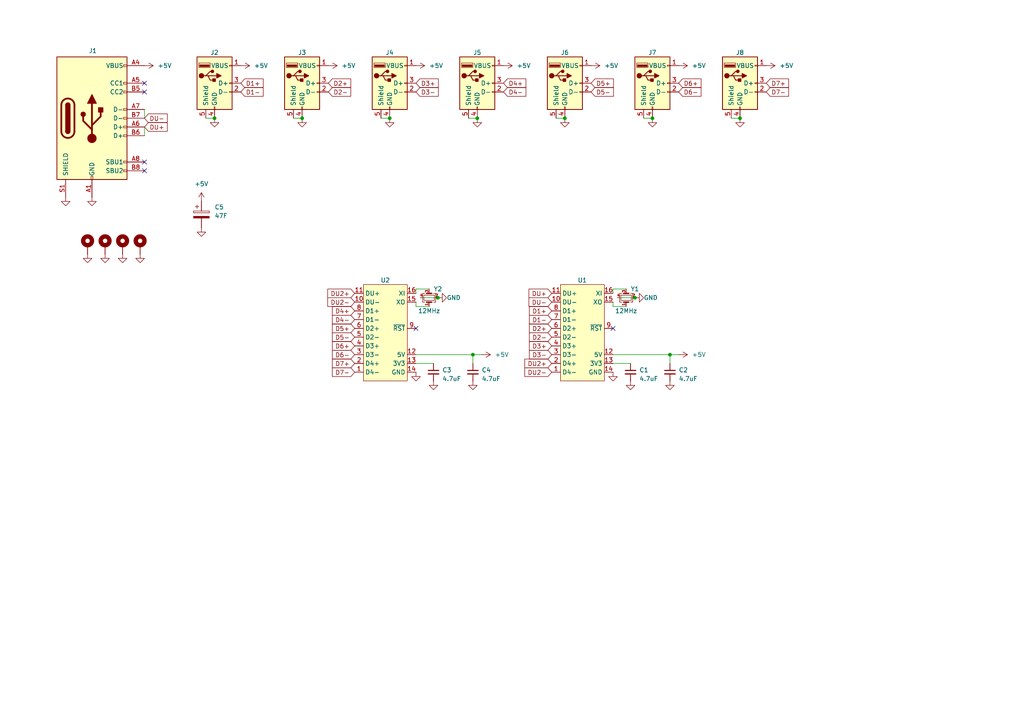
<source format=kicad_sch>
(kicad_sch (version 20231120) (generator "eeschema") (generator_version "8.0")
  (paper "A4")
  (lib_symbols
    (symbol "Connector:USB_A" (pin_names (offset 1.016))
      (property "Reference" "J" (at -5.08 11.43 0))
      (property "Value" "USB_A" (at -5.08 8.89 0))
      (symbol "USB_A_0_1"
        (rectangle (start -5.08 -7.62) (end 5.08 7.62) (stroke (width 0.254)) (fill (type background)))
        (circle (center -3.81 2.159) (radius 0.635) (stroke (width 0.254)) (fill (type outline)))
        (rectangle (start -1.524 4.826) (end -4.318 5.334) (fill (type outline)))
        (rectangle (start -1.27 4.572) (end -4.572 5.842))
        (circle (center -0.635 3.429) (radius 0.381) (stroke (width 0.254)) (fill (type outline)))
        (rectangle (start -0.127 -7.62) (end 0.127 -6.858))
        (polyline (pts (xy -3.175 2.159) (xy -2.54 2.159) (xy -1.27 3.429) (xy -0.635 3.429)) (stroke (width 0.254)))
        (polyline (pts (xy -2.54 2.159) (xy -1.905 2.159) (xy -1.27 0.889) (xy 0 0.889)) (stroke (width 0.254)))
        (polyline (pts (xy 0.635 2.794) (xy 0.635 1.524) (xy 1.905 2.159) (xy 0.635 2.794)) (stroke (width 0.254)) (fill (type outline)))
        (rectangle (start 0.254 1.27) (end -0.508 0.508) (stroke (width 0.254)) (fill (type outline)))
        (rectangle (start 5.08 -2.667) (end 4.318 -2.413))
        (rectangle (start 5.08 -0.127) (end 4.318 0.127))
        (rectangle (start 5.08 4.953) (end 4.318 5.207))
      )
      (symbol "USB_A_1_1"
        (polyline (pts (xy -1.905 2.159) (xy 0.635 2.159)) (stroke (width 0.254)))
        (pin power_in line (at 7.62 5.08 180) (length 2.54) (name "VBUS") (number "1"))
        (pin bidirectional line (at 7.62 -2.54 180) (length 2.54) (name "D-") (number "2"))
        (pin bidirectional line (at 7.62 0 180) (length 2.54) (name "D+") (number "3"))
        (pin power_in line (at 0 -10.16 90) (length 2.54) (name "GND") (number "4"))
        (pin passive line (at -2.54 -10.16 90) (length 2.54) (name "Shield") (number "5"))
      )
    )
    (symbol "Connector:USB_C_Receptacle_USB2.0_16P" (pin_names (offset 1.016))
      (property "Reference" "J" (at 0 22.225 0))
      (property "Value" "USB_C_Receptacle_USB2.0_16P" (at 0 19.685 0))
      (symbol "USB_C_Receptacle_USB2.0_16P_0_0"
        (rectangle (start -0.254 -17.78) (end 0.254 -16.764))
        (rectangle (start 10.16 -14.986) (end 9.144 -15.494))
        (rectangle (start 10.16 -12.446) (end 9.144 -12.954))
        (rectangle (start 10.16 -4.826) (end 9.144 -5.334))
        (rectangle (start 10.16 -2.286) (end 9.144 -2.794))
        (rectangle (start 10.16 0.254) (end 9.144 -0.254))
        (rectangle (start 10.16 2.794) (end 9.144 2.286))
        (rectangle (start 10.16 7.874) (end 9.144 7.366))
        (rectangle (start 10.16 10.414) (end 9.144 9.906))
        (rectangle (start 10.16 15.494) (end 9.144 14.986))
      )
      (symbol "USB_C_Receptacle_USB2.0_16P_0_1"
        (rectangle (start -10.16 17.78) (end 10.16 -17.78) (stroke (width 0.254)) (fill (type background)))
        (arc (start -8.89 -3.81) (mid -6.985 -5.7067) (end -5.08 -3.81) (stroke (width 0.508)))
        (arc (start -7.62 -3.81) (mid -6.985 -4.4423) (end -6.35 -3.81) (stroke (width 0.254)))
        (arc (start -7.62 -3.81) (mid -6.985 -4.4423) (end -6.35 -3.81) (stroke (width 0.254)) (fill (type outline)))
        (rectangle (start -7.62 -3.81) (end -6.35 3.81) (stroke (width 0.254)) (fill (type outline)))
        (arc (start -6.35 3.81) (mid -6.985 4.4423) (end -7.62 3.81) (stroke (width 0.254)))
        (arc (start -6.35 3.81) (mid -6.985 4.4423) (end -7.62 3.81) (stroke (width 0.254)) (fill (type outline)))
        (arc (start -5.08 3.81) (mid -6.985 5.7067) (end -8.89 3.81) (stroke (width 0.508)))
        (circle (center -2.54 1.143) (radius 0.635) (stroke (width 0.254)) (fill (type outline)))
        (circle (center 0 -5.842) (radius 1.27) (fill (type outline)))
        (polyline (pts (xy -8.89 -3.81) (xy -8.89 3.81)) (stroke (width 0.508)))
        (polyline (pts (xy -5.08 3.81) (xy -5.08 -3.81)) (stroke (width 0.508)))
        (polyline (pts (xy 0 -5.842) (xy 0 4.318)) (stroke (width 0.508)))
        (polyline (pts (xy 0 -3.302) (xy -2.54 -0.762) (xy -2.54 0.508)) (stroke (width 0.508)))
        (polyline (pts (xy 0 -2.032) (xy 2.54 0.508) (xy 2.54 1.778)) (stroke (width 0.508)))
        (polyline (pts (xy -1.27 4.318) (xy 0 6.858) (xy 1.27 4.318) (xy -1.27 4.318)) (stroke (width 0.254)) (fill (type outline)))
        (rectangle (start 1.905 1.778) (end 3.175 3.048) (stroke (width 0.254)) (fill (type outline)))
      )
      (symbol "USB_C_Receptacle_USB2.0_16P_1_1"
        (pin passive line (at 0 -22.86 90) (length 5.08) (name "GND") (number "A1"))
        (pin passive line (at 0 -22.86 90) (length 5.08) hide (name "GND") (number "A12"))
        (pin passive line (at 15.24 15.24 180) (length 5.08) (name "VBUS") (number "A4"))
        (pin bidirectional line (at 15.24 10.16 180) (length 5.08) (name "CC1") (number "A5"))
        (pin bidirectional line (at 15.24 -2.54 180) (length 5.08) (name "D+") (number "A6"))
        (pin bidirectional line (at 15.24 2.54 180) (length 5.08) (name "D-") (number "A7"))
        (pin bidirectional line (at 15.24 -12.7 180) (length 5.08) (name "SBU1") (number "A8"))
        (pin passive line (at 15.24 15.24 180) (length 5.08) hide (name "VBUS") (number "A9"))
        (pin passive line (at 0 -22.86 90) (length 5.08) hide (name "GND") (number "B1"))
        (pin passive line (at 0 -22.86 90) (length 5.08) hide (name "GND") (number "B12"))
        (pin passive line (at 15.24 15.24 180) (length 5.08) hide (name "VBUS") (number "B4"))
        (pin bidirectional line (at 15.24 7.62 180) (length 5.08) (name "CC2") (number "B5"))
        (pin bidirectional line (at 15.24 -5.08 180) (length 5.08) (name "D+") (number "B6"))
        (pin bidirectional line (at 15.24 0 180) (length 5.08) (name "D-") (number "B7"))
        (pin bidirectional line (at 15.24 -15.24 180) (length 5.08) (name "SBU2") (number "B8"))
        (pin passive line (at 15.24 15.24 180) (length 5.08) hide (name "VBUS") (number "B9"))
        (pin passive line (at -7.62 -22.86 90) (length 5.08) (name "SHIELD") (number "S1"))
      )
    )
    (symbol "Device:C_Polarized" (pin_numbers hide) (pin_names (offset 0.254))
      (property "Reference" "C" (at 0.635 2.54 0))
      (property "Value" "C_Polarized" (at 0.635 -2.54 0))
      (symbol "C_Polarized_0_1"
        (rectangle (start -2.286 0.508) (end 2.286 1.016))
        (polyline (pts (xy -1.778 2.286) (xy -0.762 2.286)))
        (polyline (pts (xy -1.27 2.794) (xy -1.27 1.778)))
        (rectangle (start 2.286 -0.508) (end -2.286 -1.016) (fill (type outline)))
      )
      (symbol "C_Polarized_1_1"
        (pin passive line (at 0 3.81 270) (length 2.794) (name "~") (number "1"))
        (pin passive line (at 0 -3.81 90) (length 2.794) (name "~") (number "2"))
      )
    )
    (symbol "Device:C_Small" (pin_numbers hide) (pin_names (offset 0.254) hide)
      (property "Reference" "C" (at 0.254 1.778 0))
      (property "Value" "C_Small" (at 0.254 -2.032 0))
      (symbol "C_Small_0_1"
        (polyline (pts (xy -1.524 -0.508) (xy 1.524 -0.508)) (stroke (width 0.3302)))
        (polyline (pts (xy -1.524 0.508) (xy 1.524 0.508)) (stroke (width 0.3048)))
      )
      (symbol "C_Small_1_1"
        (pin passive line (at 0 2.54 270) (length 2.032) (name "~") (number "1"))
        (pin passive line (at 0 -2.54 90) (length 2.032) (name "~") (number "2"))
      )
    )
    (symbol "Device:Crystal_GND24_Small" (pin_names (offset 1.016) hide)
      (property "Reference" "Y" (at 1.27 4.445 0))
      (property "Value" "Crystal_GND24_Small" (at 1.27 2.54 0))
      (symbol "Crystal_GND24_Small_0_1"
        (rectangle (start -0.762 -1.524) (end 0.762 1.524))
        (polyline (pts (xy -1.27 -0.762) (xy -1.27 0.762)) (stroke (width 0.381)))
        (polyline (pts (xy 1.27 -0.762) (xy 1.27 0.762)) (stroke (width 0.381)))
        (polyline (pts (xy -1.27 -1.27) (xy -1.27 -1.905) (xy 1.27 -1.905) (xy 1.27 -1.27)))
        (polyline (pts (xy -1.27 1.27) (xy -1.27 1.905) (xy 1.27 1.905) (xy 1.27 1.27)))
      )
      (symbol "Crystal_GND24_Small_1_1"
        (pin passive line (at -2.54 0 0) (length 1.27) (name "1") (number "1"))
        (pin passive line (at 0 -2.54 90) (length 0.635) (name "2") (number "2"))
        (pin passive line (at 2.54 0 180) (length 1.27) (name "3") (number "3"))
        (pin passive line (at 0 2.54 270) (length 0.635) (name "4") (number "4"))
      )
    )
    (symbol "Mechanical:MountingHole_Pad" (pin_numbers hide) (pin_names (offset 1.016) hide) (exclude_from_sim yes) (in_bom no)
      (property "Reference" "H" (at 0 6.35 0))
      (property "Value" "MountingHole_Pad" (at 0 4.445 0))
      (symbol "MountingHole_Pad_0_1"
        (circle (center 0 1.27) (radius 1.27) (stroke (width 1.27)))
      )
      (symbol "MountingHole_Pad_1_1"
        (pin input line (at 0 -2.54 90) (length 2.54) (name "1") (number "1"))
      )
    )
    (symbol "WCH:CH334R"
      (property "Reference" "U" (at 0 16.51 0))
      (property "Value" "CH334R" (at 0 16.51 0))
      (symbol "CH334R_1_1"
        (rectangle (start -6.35 13.97) (end 6.35 -13.97) (fill (type background)))
        (pin bidirectional line (at -8.89 -11.43 0) (length 2.54) (name "D4-") (number "1"))
        (pin bidirectional line (at -8.89 8.89 0) (length 2.54) (name "DU-") (number "10"))
        (pin bidirectional line (at -8.89 11.43 0) (length 2.54) (name "DU+") (number "11"))
        (pin power_in line (at 8.89 -6.35 180) (length 2.54) (name "5V") (number "12"))
        (pin power_in line (at 8.89 -8.89 180) (length 2.54) (name "3V3") (number "13"))
        (pin power_in line (at 8.89 -11.43 180) (length 2.54) (name "GND") (number "14"))
        (pin passive line (at 8.89 8.89 180) (length 2.54) (name "XO") (number "15"))
        (pin passive line (at 8.89 11.43 180) (length 2.54) (name "XI") (number "16"))
        (pin bidirectional line (at -8.89 -8.89 0) (length 2.54) (name "D4+") (number "2"))
        (pin bidirectional line (at -8.89 -6.35 0) (length 2.54) (name "D3-") (number "3"))
        (pin bidirectional line (at -8.89 -3.81 0) (length 2.54) (name "D3+") (number "4"))
        (pin bidirectional line (at -8.89 -1.27 0) (length 2.54) (name "D2-") (number "5"))
        (pin bidirectional line (at -8.89 1.27 0) (length 2.54) (name "D2+") (number "6"))
        (pin bidirectional line (at -8.89 3.81 0) (length 2.54) (name "D1-") (number "7"))
        (pin bidirectional line (at -8.89 6.35 0) (length 2.54) (name "D1+") (number "8"))
        (pin input line (at 8.89 1.27 180) (length 2.54) (name "~{RST}") (number "9"))
      )
    )
    (symbol "power:+5V" (power) (pin_numbers hide) (pin_names (offset 0) hide)
      (property "Value" "+5V" (at 0 3.556 0))
      (symbol "+5V_0_1"
        (polyline (pts (xy -0.762 1.27) (xy 0 2.54)))
        (polyline (pts (xy 0 0) (xy 0 2.54)))
        (polyline (pts (xy 0 2.54) (xy 0.762 1.27)))
      )
      (symbol "+5V_1_1"
        (pin power_in line (at 0 0 90) (length 0) (name "~") (number "1"))
      )
    )
    (symbol "power:GND" (power) (pin_numbers hide) (pin_names (offset 0) hide)
      (property "Value" "GND" (at 0 -3.81 0))
      (symbol "GND_0_1"
        (polyline (pts (xy 0 0) (xy 0 -1.27) (xy 1.27 -1.27) (xy 0 -2.54) (xy -1.27 -1.27) (xy 0 -1.27)))
      )
      (symbol "GND_1_1"
        (pin power_in line (at 0 0 270) (length 0) (name "~") (number "1"))
      )
    )
  )
  (junction (at 189.23 34.29))
  (junction (at 62.23 34.29))
  (junction (at 214.63 34.29))
  (junction (at 138.43 34.29))
  (junction (at 127 86.36))
  (junction (at 87.63 34.29))
  (junction (at 184.15 86.36))
  (junction (at 163.83 34.29))
  (junction (at 194.31 102.87))
  (junction (at 137.16 102.87))
  (junction (at 113.03 34.29))
  (no_connect (at 41.91 26.67))
  (no_connect (at 177.8 95.25))
  (no_connect (at 41.91 49.53))
  (no_connect (at 120.65 95.25))
  (no_connect (at 41.91 24.13))
  (no_connect (at 41.91 46.99))
  (wire (pts (xy 186.69 34.29) (xy 189.23 34.29)))
  (wire (pts (xy 110.49 34.29) (xy 113.03 34.29)))
  (wire (pts (xy 212.09 34.29) (xy 214.63 34.29)))
  (wire (pts (xy 139.7 102.87) (xy 137.16 102.87)))
  (wire (pts (xy 120.65 83.82) (xy 124.46 83.82)))
  (wire (pts (xy 179.07 86.36) (xy 184.15 86.36)))
  (wire (pts (xy 137.16 102.87) (xy 137.16 105.41)))
  (wire (pts (xy 177.8 83.82) (xy 181.61 83.82)))
  (wire (pts (xy 121.92 86.36) (xy 127 86.36)))
  (wire (pts (xy 194.31 102.87) (xy 177.8 102.87)))
  (wire (pts (xy 41.91 36.83) (xy 41.91 39.37)))
  (wire (pts (xy 137.16 102.87) (xy 120.65 102.87)))
  (wire (pts (xy 120.65 83.82) (xy 120.65 85.09)))
  (wire (pts (xy 177.8 83.82) (xy 177.8 85.09)))
  (wire (pts (xy 120.65 88.9) (xy 120.65 87.63)))
  (wire (pts (xy 135.89 34.29) (xy 138.43 34.29)))
  (wire (pts (xy 85.09 34.29) (xy 87.63 34.29)))
  (wire (pts (xy 41.91 31.75) (xy 41.91 34.29)))
  (wire (pts (xy 194.31 102.87) (xy 194.31 105.41)))
  (wire (pts (xy 161.29 34.29) (xy 163.83 34.29)))
  (wire (pts (xy 177.8 88.9) (xy 177.8 87.63)))
  (wire (pts (xy 181.61 88.9) (xy 177.8 88.9)))
  (wire (pts (xy 120.65 105.41) (xy 125.73 105.41)))
  (wire (pts (xy 59.69 34.29) (xy 62.23 34.29)))
  (wire (pts (xy 177.8 105.41) (xy 182.88 105.41)))
  (wire (pts (xy 196.85 102.87) (xy 194.31 102.87)))
  (wire (pts (xy 124.46 88.9) (xy 120.65 88.9)))
  (global_label "DU-" (shape input) (at 160.02 87.63 180) (property "Intersheetrefs" "${INTERSHEET_REFS}" (effects (hide yes))))
  (global_label "D2+" (shape input) (at 95.25 24.13 0) (property "Intersheetrefs" "${INTERSHEET_REFS}" (effects (hide yes))))
  (global_label "D7+" (shape input) (at 222.25 24.13 0) (property "Intersheetrefs" "${INTERSHEET_REFS}" (effects (hide yes))))
  (global_label "D1-" (shape input) (at 69.85 26.67 0) (property "Intersheetrefs" "${INTERSHEET_REFS}" (effects (hide yes))))
  (global_label "D1+" (shape input) (at 160.02 90.17 180) (property "Intersheetrefs" "${INTERSHEET_REFS}" (effects (hide yes))))
  (global_label "D4+" (shape input) (at 102.87 90.17 180) (property "Intersheetrefs" "${INTERSHEET_REFS}" (effects (hide yes))))
  (global_label "D2+" (shape input) (at 160.02 95.25 180) (property "Intersheetrefs" "${INTERSHEET_REFS}" (effects (hide yes))))
  (global_label "D6+" (shape input) (at 196.85 24.13 0) (property "Intersheetrefs" "${INTERSHEET_REFS}" (effects (hide yes))))
  (global_label "D7+" (shape input) (at 102.87 105.41 180) (property "Intersheetrefs" "${INTERSHEET_REFS}" (effects (hide yes))))
  (global_label "DU-" (shape input) (at 41.91 34.29 0) (property "Intersheetrefs" "${INTERSHEET_REFS}" (effects (hide yes))))
  (global_label "DU2+" (shape input) (at 102.87 85.09 180) (property "Intersheetrefs" "${INTERSHEET_REFS}" (effects (hide yes))))
  (global_label "D3-" (shape input) (at 120.65 26.67 0) (property "Intersheetrefs" "${INTERSHEET_REFS}" (effects (hide yes))))
  (global_label "D5-" (shape input) (at 171.45 26.67 0) (property "Intersheetrefs" "${INTERSHEET_REFS}" (effects (hide yes))))
  (global_label "D4-" (shape input) (at 146.05 26.67 0) (property "Intersheetrefs" "${INTERSHEET_REFS}" (effects (hide yes))))
  (global_label "D2-" (shape input) (at 160.02 97.79 180) (property "Intersheetrefs" "${INTERSHEET_REFS}" (effects (hide yes))))
  (global_label "D5+" (shape input) (at 171.45 24.13 0) (property "Intersheetrefs" "${INTERSHEET_REFS}" (effects (hide yes))))
  (global_label "D3+" (shape input) (at 120.65 24.13 0) (property "Intersheetrefs" "${INTERSHEET_REFS}" (effects (hide yes))))
  (global_label "DU+" (shape input) (at 41.91 36.83 0) (property "Intersheetrefs" "${INTERSHEET_REFS}" (effects (hide yes))))
  (global_label "D7-" (shape input) (at 102.87 107.95 180) (property "Intersheetrefs" "${INTERSHEET_REFS}" (effects (hide yes))))
  (global_label "D1-" (shape input) (at 160.02 92.71 180) (property "Intersheetrefs" "${INTERSHEET_REFS}" (effects (hide yes))))
  (global_label "D7-" (shape input) (at 222.25 26.67 0) (property "Intersheetrefs" "${INTERSHEET_REFS}" (effects (hide yes))))
  (global_label "D1+" (shape input) (at 69.85 24.13 0) (property "Intersheetrefs" "${INTERSHEET_REFS}" (effects (hide yes))))
  (global_label "DU2-" (shape input) (at 102.87 87.63 180) (property "Intersheetrefs" "${INTERSHEET_REFS}" (effects (hide yes))))
  (global_label "DU2+" (shape input) (at 160.02 105.41 180) (property "Intersheetrefs" "${INTERSHEET_REFS}" (effects (hide yes))))
  (global_label "DU2-" (shape input) (at 160.02 107.95 180) (property "Intersheetrefs" "${INTERSHEET_REFS}" (effects (hide yes))))
  (global_label "D5+" (shape input) (at 102.87 95.25 180) (property "Intersheetrefs" "${INTERSHEET_REFS}" (effects (hide yes))))
  (global_label "D4+" (shape input) (at 146.05 24.13 0) (property "Intersheetrefs" "${INTERSHEET_REFS}" (effects (hide yes))))
  (global_label "D2-" (shape input) (at 95.25 26.67 0) (property "Intersheetrefs" "${INTERSHEET_REFS}" (effects (hide yes))))
  (global_label "DU+" (shape input) (at 160.02 85.09 180) (property "Intersheetrefs" "${INTERSHEET_REFS}" (effects (hide yes))))
  (global_label "D5-" (shape input) (at 102.87 97.79 180) (property "Intersheetrefs" "${INTERSHEET_REFS}" (effects (hide yes))))
  (global_label "D6-" (shape input) (at 196.85 26.67 0) (property "Intersheetrefs" "${INTERSHEET_REFS}" (effects (hide yes))))
  (global_label "D6-" (shape input) (at 102.87 102.87 180) (property "Intersheetrefs" "${INTERSHEET_REFS}" (effects (hide yes))))
  (global_label "D3-" (shape input) (at 160.02 102.87 180) (property "Intersheetrefs" "${INTERSHEET_REFS}" (effects (hide yes))))
  (global_label "D6+" (shape input) (at 102.87 100.33 180) (property "Intersheetrefs" "${INTERSHEET_REFS}" (effects (hide yes))))
  (global_label "D3+" (shape input) (at 160.02 100.33 180) (property "Intersheetrefs" "${INTERSHEET_REFS}" (effects (hide yes))))
  (global_label "D4-" (shape input) (at 102.87 92.71 180) (property "Intersheetrefs" "${INTERSHEET_REFS}" (effects (hide yes))))
  (symbol (lib_id "power:GND") (at 26.67 57.15 0) (unit 1)
    (property "Reference" "#PWR01" (effects (hide yes)))
    (property "Value" "GND" (effects (hide yes)))
    (property "Description" "Power symbol creates a global label with name \"GND\" , ground" (effects (hide yes)))
  )
  (symbol (lib_id "power:GND") (at 19.05 57.15 0) (unit 1)
    (property "Reference" "#PWR02" (effects (hide yes)))
    (property "Value" "GND" (effects (hide yes)))
    (property "Description" "Power symbol creates a global label with name \"GND\" , ground" (effects (hide yes)))
  )
  (symbol (lib_id "power:GND") (at 25.4 73.66 0) (unit 1)
    (property "Reference" "#PWR025" (effects (hide yes)))
    (property "Value" "GND" (effects (hide yes)))
    (property "Description" "Power symbol creates a global label with name \"GND\" , ground" (effects (hide yes)))
  )
  (symbol (lib_id "Mechanical:MountingHole_Pad") (at 25.4 71.12 0) (unit 1) (exclude_from_sim yes) (in_bom no)
    (property "Reference" "H1" (effects (hide yes)))
    (property "Value" "MountingHole_Pad" (effects (hide yes)))
    (property "Footprint" "MountingHole:MountingHole_2.5mm_Pad_Via" (effects (hide yes)))
    (property "Description" "Mounting Hole with connection" (effects (hide yes)))
  )
  (symbol (lib_id "power:+5V") (at 120.65 19.05 270) (unit 1)
    (property "Reference" "#PWR014" (effects (hide yes)))
    (property "Value" "+5V" (at 124.46 19.0499 90) (effects (justify left)))
    (property "Description" "Power symbol creates a global label with name \"+5V\"" (effects (hide yes)))
  )
  (symbol (lib_id "power:+5V") (at 139.7 102.87 270) (unit 1)
    (property "Reference" "#PWR031" (effects (hide yes)))
    (property "Value" "+5V" (at 143.51 102.87 90) (effects (justify left)))
  )
  (symbol (lib_id "power:GND") (at 214.63 34.29 0) (unit 1)
    (property "Reference" "#PWR021" (effects (hide yes)))
    (property "Value" "GND" (effects (hide yes)))
    (property "Description" "Power symbol creates a global label with name \"GND\" , ground" (effects (hide yes)))
  )
  (symbol (lib_id "power:+5V") (at 146.05 19.05 270) (unit 1)
    (property "Reference" "#PWR016" (effects (hide yes)))
    (property "Value" "+5V" (at 149.86 19.0499 90) (effects (justify left)))
    (property "Description" "Power symbol creates a global label with name \"+5V\"" (effects (hide yes)))
  )
  (symbol (lib_id "Connector:USB_A") (at 214.63 24.13 0) (unit 1)
    (property "Reference" "J8" (at 214.63 15.24 0))
    (property "Value" "USB_A" (effects (hide yes)))
    (property "Footprint" "Connector_USB:USB_A_Stewart_SS-52100-001_Horizontal" (effects (hide yes)))
    (property "Datasheet" " ~" (effects (hide yes)))
    (property "Description" "USB Type A connector" (effects (hide yes)))
  )
  (symbol (lib_id "power:GND") (at 137.16 110.49 0) (unit 1)
    (property "Reference" "#PWR030" (effects (hide yes)))
    (property "Value" "GND" (effects (hide yes)))
  )
  (symbol (lib_id "power:GND") (at 30.48 73.66 0) (unit 1)
    (property "Reference" "#PWR026" (effects (hide yes)))
    (property "Value" "GND" (effects (hide yes)))
    (property "Description" "Power symbol creates a global label with name \"GND\" , ground" (effects (hide yes)))
  )
  (symbol (lib_id "Mechanical:MountingHole_Pad") (at 30.48 71.12 0) (unit 1) (exclude_from_sim yes) (in_bom no)
    (property "Reference" "H2" (effects (hide yes)))
    (property "Value" "MountingHole_Pad" (effects (hide yes)))
    (property "Footprint" "MountingHole:MountingHole_2.5mm_Pad_Via" (effects (hide yes)))
    (property "Description" "Mounting Hole with connection" (effects (hide yes)))
  )
  (symbol (lib_id "Device:C_Polarized") (at 58.42 62.23 0) (unit 1)
    (property "Reference" "C5" (at 62.23 60.0709 0) (effects (justify left)))
    (property "Value" "47F" (at 62.23 62.6109 0) (effects (justify left)))
    (property "Footprint" "Capacitor_THT:CP_Radial_D18.0mm_P7.50mm" (effects (hide yes)))
    (property "Description" "Polarized capacitor" (effects (hide yes)))
  )
  (symbol (lib_id "Connector:USB_A") (at 138.43 24.13 0) (unit 1)
    (property "Reference" "J5" (at 138.43 15.24 0))
    (property "Value" "USB_A" (effects (hide yes)))
    (property "Footprint" "Connector_USB:USB_A_Stewart_SS-52100-001_Horizontal" (effects (hide yes)))
    (property "Datasheet" " ~" (effects (hide yes)))
    (property "Description" "USB Type A connector" (effects (hide yes)))
  )
  (symbol (lib_id "Mechanical:MountingHole_Pad") (at 35.56 71.12 0) (unit 1) (exclude_from_sim yes) (in_bom no)
    (property "Reference" "H3" (effects (hide yes)))
    (property "Value" "MountingHole_Pad" (effects (hide yes)))
    (property "Footprint" "MountingHole:MountingHole_2.5mm_Pad_Via" (effects (hide yes)))
    (property "Description" "Mounting Hole with connection" (effects (hide yes)))
  )
  (symbol (lib_id "WCH:CH334R") (at 168.91 96.52 0) (unit 1)
    (property "Reference" "U1" (at 168.91 81.28 0))
    (property "Value" "CH334R" (effects (hide yes)))
    (property "Footprint" "Package_SO:QSOP-16_3.9x4.9mm_P0.635mm" (effects (hide yes)))
  )
  (symbol (lib_id "power:+5V") (at 41.91 19.05 270) (unit 1)
    (property "Reference" "#PWR03" (effects (hide yes)))
    (property "Value" "+5V" (at 45.72 19.0499 90) (effects (justify left)))
    (property "Description" "Power symbol creates a global label with name \"+5V\"" (effects (hide yes)))
  )
  (symbol (lib_id "power:GND") (at 163.83 34.29 0) (unit 1)
    (property "Reference" "#PWR017" (effects (hide yes)))
    (property "Value" "GND" (effects (hide yes)))
    (property "Description" "Power symbol creates a global label with name \"GND\" , ground" (effects (hide yes)))
  )
  (symbol (lib_id "Device:C_Small") (at 194.31 107.95 0) (unit 1)
    (property "Reference" "C2" (at 196.85 107.3213 0) (effects (justify left)))
    (property "Value" "4.7uF" (at 196.85 109.8613 0) (effects (justify left)))
    (property "Footprint" "Capacitor_SMD:C_0805_2012Metric" (effects (hide yes)))
  )
  (symbol (lib_id "power:GND") (at 125.73 110.49 0) (unit 1)
    (property "Reference" "#PWR028" (effects (hide yes)))
    (property "Value" "GND" (effects (hide yes)))
  )
  (symbol (lib_id "Device:C_Small") (at 182.88 107.95 0) (unit 1)
    (property "Reference" "C1" (at 185.42 107.3213 0) (effects (justify left)))
    (property "Value" "4.7uF" (at 185.42 109.8613 0) (effects (justify left)))
    (property "Footprint" "Capacitor_SMD:C_0805_2012Metric" (effects (hide yes)))
  )
  (symbol (lib_id "power:GND") (at 177.8 107.95 0) (unit 1)
    (property "Reference" "#PWR04" (effects (hide yes)))
    (property "Value" "GND" (effects (hide yes)))
  )
  (symbol (lib_id "power:GND") (at 138.43 34.29 0) (unit 1)
    (property "Reference" "#PWR015" (effects (hide yes)))
    (property "Value" "GND" (effects (hide yes)))
    (property "Description" "Power symbol creates a global label with name \"GND\" , ground" (effects (hide yes)))
  )
  (symbol (lib_id "Connector:USB_C_Receptacle_USB2.0_16P") (at 26.67 34.29 0) (unit 1)
    (property "Reference" "J1" (at 26.924 14.732 0))
    (property "Value" "USB_C_Receptacle_USB2.0_16P" (effects (hide yes)))
    (property "Footprint" "Connector_USB:USB_C_Receptacle_G-Switch_GT-USB-7010ASV" (effects (hide yes)))
    (property "Datasheet" "https://www.usb.org/sites/default/files/documents/usb_type-c.zip" (effects (hide yes)))
    (property "Description" "USB 2.0-only 16P Type-C Receptacle connector" (effects (hide yes)))
  )
  (symbol (lib_id "power:GND") (at 62.23 34.29 0) (unit 1)
    (property "Reference" "#PWR09" (effects (hide yes)))
    (property "Value" "GND" (effects (hide yes)))
    (property "Description" "Power symbol creates a global label with name \"GND\" , ground" (effects (hide yes)))
  )
  (symbol (lib_id "power:+5V") (at 69.85 19.05 270) (unit 1)
    (property "Reference" "#PWR010" (effects (hide yes)))
    (property "Value" "+5V" (at 73.66 19.0499 90) (effects (justify left)))
    (property "Description" "Power symbol creates a global label with name \"+5V\"" (effects (hide yes)))
  )
  (symbol (lib_id "power:+5V") (at 196.85 102.87 270) (unit 1)
    (property "Reference" "#PWR08" (effects (hide yes)))
    (property "Value" "+5V" (at 200.66 102.87 90) (effects (justify left)))
  )
  (symbol (lib_id "power:+5V") (at 196.85 19.05 270) (unit 1)
    (property "Reference" "#PWR020" (effects (hide yes)))
    (property "Value" "+5V" (at 200.66 19.0499 90) (effects (justify left)))
    (property "Description" "Power symbol creates a global label with name \"+5V\"" (effects (hide yes)))
  )
  (symbol (lib_id "power:+5V") (at 222.25 19.05 270) (unit 1)
    (property "Reference" "#PWR022" (effects (hide yes)))
    (property "Value" "+5V" (at 226.06 19.0499 90) (effects (justify left)))
    (property "Description" "Power symbol creates a global label with name \"+5V\"" (effects (hide yes)))
  )
  (symbol (lib_id "power:+5V") (at 171.45 19.05 270) (unit 1)
    (property "Reference" "#PWR018" (effects (hide yes)))
    (property "Value" "+5V" (at 175.26 19.0499 90) (effects (justify left)))
    (property "Description" "Power symbol creates a global label with name \"+5V\"" (effects (hide yes)))
  )
  (symbol (lib_id "power:GND") (at 120.65 107.95 0) (unit 1)
    (property "Reference" "#PWR027" (effects (hide yes)))
    (property "Value" "GND" (effects (hide yes)))
  )
  (symbol (lib_id "power:GND") (at 58.42 66.04 0) (unit 1)
    (property "Reference" "#PWR023" (effects (hide yes)))
    (property "Value" "GND" (effects (hide yes)))
    (property "Description" "Power symbol creates a global label with name \"GND\" , ground" (effects (hide yes)))
  )
  (symbol (lib_id "power:GND") (at 194.31 110.49 0) (unit 1)
    (property "Reference" "#PWR07" (effects (hide yes)))
    (property "Value" "GND" (effects (hide yes)))
  )
  (symbol (lib_id "power:GND") (at 189.23 34.29 0) (unit 1)
    (property "Reference" "#PWR019" (effects (hide yes)))
    (property "Value" "GND" (effects (hide yes)))
    (property "Description" "Power symbol creates a global label with name \"GND\" , ground" (effects (hide yes)))
  )
  (symbol (lib_id "Device:Crystal_GND24_Small") (at 181.61 86.36 90) (unit 1)
    (property "Reference" "Y1" (at 184.15 83.82 90))
    (property "Value" "12MHz" (at 181.61 90.17 90))
    (property "Footprint" "Crystal:Crystal_SMD_3225-4Pin_3.2x2.5mm" (effects (hide yes)))
  )
  (symbol (lib_id "power:GND") (at 127 86.36 90) (unit 1)
    (property "Reference" "#PWR029" (effects (hide yes)))
    (property "Value" "GND" (at 129.54 86.36 90) (effects (justify right)))
  )
  (symbol (lib_id "Connector:USB_A") (at 189.23 24.13 0) (unit 1)
    (property "Reference" "J7" (at 189.23 15.24 0))
    (property "Value" "USB_A" (effects (hide yes)))
    (property "Footprint" "Connector_USB:USB_A_Stewart_SS-52100-001_Horizontal" (effects (hide yes)))
    (property "Datasheet" " ~" (effects (hide yes)))
    (property "Description" "USB Type A connector" (effects (hide yes)))
  )
  (symbol (lib_id "Device:C_Small") (at 125.73 107.95 0) (unit 1)
    (property "Reference" "C3" (at 128.27 107.3213 0) (effects (justify left)))
    (property "Value" "4.7uF" (at 128.27 109.8613 0) (effects (justify left)))
    (property "Footprint" "Capacitor_SMD:C_0805_2012Metric" (effects (hide yes)))
  )
  (symbol (lib_id "power:+5V") (at 95.25 19.05 270) (unit 1)
    (property "Reference" "#PWR012" (effects (hide yes)))
    (property "Value" "+5V" (at 99.06 19.0499 90) (effects (justify left)))
    (property "Description" "Power symbol creates a global label with name \"+5V\"" (effects (hide yes)))
  )
  (symbol (lib_id "Device:Crystal_GND24_Small") (at 124.46 86.36 90) (unit 1)
    (property "Reference" "Y2" (at 127 83.82 90))
    (property "Value" "12MHz" (at 124.46 90.17 90))
    (property "Footprint" "Crystal:Crystal_SMD_3225-4Pin_3.2x2.5mm" (effects (hide yes)))
  )
  (symbol (lib_id "Connector:USB_A") (at 163.83 24.13 0) (unit 1)
    (property "Reference" "J6" (at 163.83 15.24 0))
    (property "Value" "USB_A" (effects (hide yes)))
    (property "Footprint" "Connector_USB:USB_A_Stewart_SS-52100-001_Horizontal" (effects (hide yes)))
    (property "Datasheet" " ~" (effects (hide yes)))
    (property "Description" "USB Type A connector" (effects (hide yes)))
  )
  (symbol (lib_id "Connector:USB_A") (at 87.63 24.13 0) (unit 1)
    (property "Reference" "J3" (at 87.63 15.24 0))
    (property "Value" "USB_A" (effects (hide yes)))
    (property "Footprint" "Connector_USB:USB_A_Stewart_SS-52100-001_Horizontal" (effects (hide yes)))
    (property "Datasheet" " ~" (effects (hide yes)))
    (property "Description" "USB Type A connector" (effects (hide yes)))
  )
  (symbol (lib_id "power:GND") (at 184.15 86.36 90) (unit 1)
    (property "Reference" "#PWR06" (effects (hide yes)))
    (property "Value" "GND" (at 186.69 86.36 90) (effects (justify right)))
  )
  (symbol (lib_id "power:GND") (at 35.56 73.66 0) (unit 1)
    (property "Reference" "#PWR032" (effects (hide yes)))
    (property "Value" "GND" (effects (hide yes)))
    (property "Description" "Power symbol creates a global label with name \"GND\" , ground" (effects (hide yes)))
  )
  (symbol (lib_id "WCH:CH334R") (at 111.76 96.52 0) (unit 1)
    (property "Reference" "U2" (at 111.76 81.28 0))
    (property "Value" "CH334R" (effects (hide yes)))
    (property "Footprint" "Package_SO:QSOP-16_3.9x4.9mm_P0.635mm" (effects (hide yes)))
  )
  (symbol (lib_id "power:+5V") (at 58.42 58.42 0) (unit 1)
    (property "Reference" "#PWR024" (effects (hide yes)))
    (property "Value" "+5V" (at 58.42 53.34 0))
    (property "Description" "Power symbol creates a global label with name \"+5V\"" (effects (hide yes)))
  )
  (symbol (lib_id "power:GND") (at 113.03 34.29 0) (unit 1)
    (property "Reference" "#PWR013" (effects (hide yes)))
    (property "Value" "GND" (effects (hide yes)))
    (property "Description" "Power symbol creates a global label with name \"GND\" , ground" (effects (hide yes)))
  )
  (symbol (lib_id "Mechanical:MountingHole_Pad") (at 40.64 71.12 0) (unit 1) (exclude_from_sim yes) (in_bom no)
    (property "Reference" "H4" (effects (hide yes)))
    (property "Value" "MountingHole_Pad" (effects (hide yes)))
    (property "Footprint" "MountingHole:MountingHole_2.5mm_Pad_Via" (effects (hide yes)))
    (property "Description" "Mounting Hole with connection" (effects (hide yes)))
  )
  (symbol (lib_id "Connector:USB_A") (at 113.03 24.13 0) (unit 1)
    (property "Reference" "J4" (at 113.03 15.24 0))
    (property "Value" "USB_A" (effects (hide yes)))
    (property "Footprint" "Connector_USB:USB_A_Stewart_SS-52100-001_Horizontal" (effects (hide yes)))
    (property "Datasheet" " ~" (effects (hide yes)))
    (property "Description" "USB Type A connector" (effects (hide yes)))
  )
  (symbol (lib_id "Connector:USB_A") (at 62.23 24.13 0) (unit 1)
    (property "Reference" "J2" (at 62.23 15.24 0))
    (property "Value" "USB_A" (effects (hide yes)))
    (property "Footprint" "Connector_USB:USB_A_Stewart_SS-52100-001_Horizontal" (effects (hide yes)))
    (property "Datasheet" " ~" (effects (hide yes)))
    (property "Description" "USB Type A connector" (effects (hide yes)))
  )
  (symbol (lib_id "Device:C_Small") (at 137.16 107.95 0) (unit 1)
    (property "Reference" "C4" (at 139.7 107.3213 0) (effects (justify left)))
    (property "Value" "4.7uF" (at 139.7 109.8613 0) (effects (justify left)))
    (property "Footprint" "Capacitor_SMD:C_0805_2012Metric" (effects (hide yes)))
  )
  (symbol (lib_id "power:GND") (at 87.63 34.29 0) (unit 1)
    (property "Reference" "#PWR011" (effects (hide yes)))
    (property "Value" "GND" (effects (hide yes)))
    (property "Description" "Power symbol creates a global label with name \"GND\" , ground" (effects (hide yes)))
  )
  (symbol (lib_id "power:GND") (at 182.88 110.49 0) (unit 1)
    (property "Reference" "#PWR05" (effects (hide yes)))
    (property "Value" "GND" (effects (hide yes)))
  )
  (symbol (lib_id "power:GND") (at 40.64 73.66 0) (unit 1)
    (property "Reference" "#PWR033" (effects (hide yes)))
    (property "Value" "GND" (effects (hide yes)))
    (property "Description" "Power symbol creates a global label with name \"GND\" , ground" (effects (hide yes)))
  )
)
</source>
